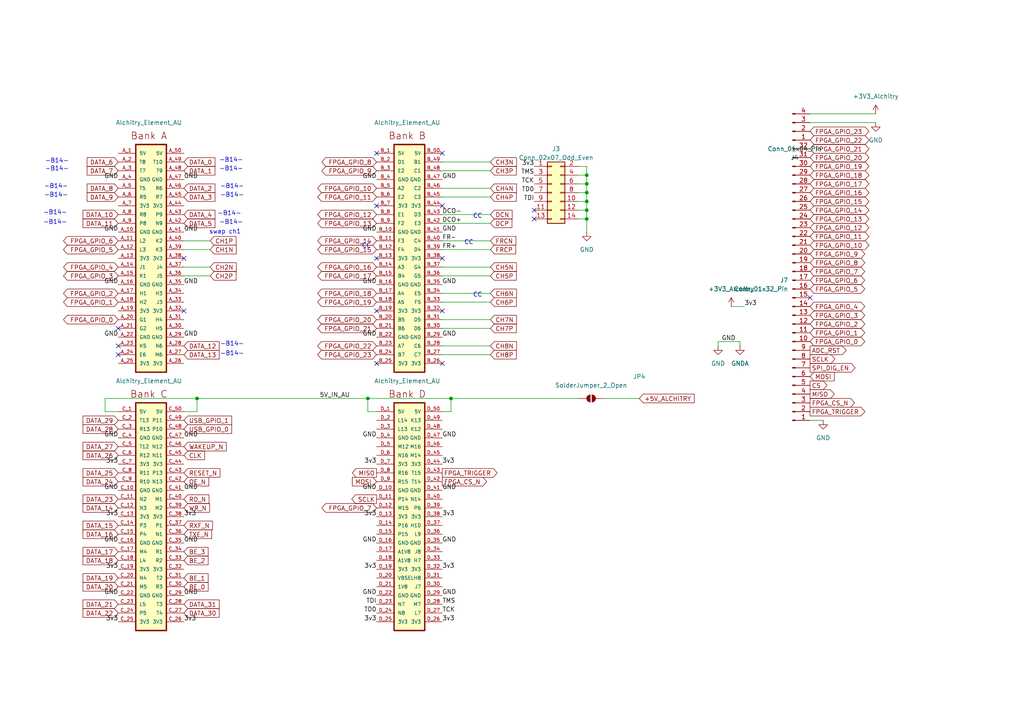
<source format=kicad_sch>
(kicad_sch (version 20231120) (generator "eeschema") (generator_version "8.0")
  (paper "A4")
  (title_block (title "Streamoscope") (date "2024-08-11") (rev "4") (company "Massachusetts Institute of Technology"))
  (lib_symbols
    (symbol "Connector:Conn_01x04_Pin" (pin_names (offset 1.016) hide)
      (property "Reference" "J" (at 0 5.08 0))
      (property "Value" "Conn_01x04_Pin" (at 0 -7.62 0))
      (symbol "Conn_01x04_Pin_1_1"
        (pin passive line (at 5.08 2.54 180) (length 3.81) (name "Pin_1") (number "1"))
        (pin passive line (at 5.08 0 180) (length 3.81) (name "Pin_2") (number "2"))
        (pin passive line (at 5.08 -2.54 180) (length 3.81) (name "Pin_3") (number "3"))
        (pin passive line (at 5.08 -5.08 180) (length 3.81) (name "Pin_4") (number "4"))
      )
    )
    (symbol "Connector:Conn_01x32_Pin" (pin_names (offset 1.016) hide)
      (property "Reference" "J" (at 0 40.64 0))
      (property "Value" "Conn_01x32_Pin" (at 0 -43.18 0))
      (symbol "Conn_01x32_Pin_1_1"
        (pin passive line (at 5.08 38.1 180) (length 3.81) (name "Pin_1") (number "1"))
        (pin passive line (at 5.08 15.24 180) (length 3.81) (name "Pin_10") (number "10"))
        (pin passive line (at 5.08 12.7 180) (length 3.81) (name "Pin_11") (number "11"))
        (pin passive line (at 5.08 10.16 180) (length 3.81) (name "Pin_12") (number "12"))
        (pin passive line (at 5.08 7.62 180) (length 3.81) (name "Pin_13") (number "13"))
        (pin passive line (at 5.08 5.08 180) (length 3.81) (name "Pin_14") (number "14"))
        (pin passive line (at 5.08 2.54 180) (length 3.81) (name "Pin_15") (number "15"))
        (pin passive line (at 5.08 0 180) (length 3.81) (name "Pin_16") (number "16"))
        (pin passive line (at 5.08 -2.54 180) (length 3.81) (name "Pin_17") (number "17"))
        (pin passive line (at 5.08 -5.08 180) (length 3.81) (name "Pin_18") (number "18"))
        (pin passive line (at 5.08 -7.62 180) (length 3.81) (name "Pin_19") (number "19"))
        (pin passive line (at 5.08 35.56 180) (length 3.81) (name "Pin_2") (number "2"))
        (pin passive line (at 5.08 -10.16 180) (length 3.81) (name "Pin_20") (number "20"))
        (pin passive line (at 5.08 -12.7 180) (length 3.81) (name "Pin_21") (number "21"))
        (pin passive line (at 5.08 -15.24 180) (length 3.81) (name "Pin_22") (number "22"))
        (pin passive line (at 5.08 -17.78 180) (length 3.81) (name "Pin_23") (number "23"))
        (pin passive line (at 5.08 -20.32 180) (length 3.81) (name "Pin_24") (number "24"))
        (pin passive line (at 5.08 -22.86 180) (length 3.81) (name "Pin_25") (number "25"))
        (pin passive line (at 5.08 -25.4 180) (length 3.81) (name "Pin_26") (number "26"))
        (pin passive line (at 5.08 -27.94 180) (length 3.81) (name "Pin_27") (number "27"))
        (pin passive line (at 5.08 -30.48 180) (length 3.81) (name "Pin_28") (number "28"))
        (pin passive line (at 5.08 -33.02 180) (length 3.81) (name "Pin_29") (number "29"))
        (pin passive line (at 5.08 33.02 180) (length 3.81) (name "Pin_3") (number "3"))
        (pin passive line (at 5.08 -35.56 180) (length 3.81) (name "Pin_30") (number "30"))
        (pin passive line (at 5.08 -38.1 180) (length 3.81) (name "Pin_31") (number "31"))
        (pin passive line (at 5.08 -40.64 180) (length 3.81) (name "Pin_32") (number "32"))
        (pin passive line (at 5.08 30.48 180) (length 3.81) (name "Pin_4") (number "4"))
        (pin passive line (at 5.08 27.94 180) (length 3.81) (name "Pin_5") (number "5"))
        (pin passive line (at 5.08 25.4 180) (length 3.81) (name "Pin_6") (number "6"))
        (pin passive line (at 5.08 22.86 180) (length 3.81) (name "Pin_7") (number "7"))
        (pin passive line (at 5.08 20.32 180) (length 3.81) (name "Pin_8") (number "8"))
        (pin passive line (at 5.08 17.78 180) (length 3.81) (name "Pin_9") (number "9"))
      )
    )
    (symbol "Connector_Generic:Conn_02x07_Odd_Even" (pin_names (offset 1.016) hide)
      (property "Reference" "J" (at 1.27 10.16 0))
      (property "Value" "Conn_02x07_Odd_Even" (at 1.27 -10.16 0))
      (symbol "Conn_02x07_Odd_Even_1_1"
        (pin passive line (at -5.08 7.62 0) (length 3.81) (name "Pin_1") (number "1"))
        (pin passive line (at 7.62 -2.54 180) (length 3.81) (name "Pin_10") (number "10"))
        (pin passive line (at -5.08 -5.08 0) (length 3.81) (name "Pin_11") (number "11"))
        (pin passive line (at 7.62 -5.08 180) (length 3.81) (name "Pin_12") (number "12"))
        (pin passive line (at -5.08 -7.62 0) (length 3.81) (name "Pin_13") (number "13"))
        (pin passive line (at 7.62 -7.62 180) (length 3.81) (name "Pin_14") (number "14"))
        (pin passive line (at 7.62 7.62 180) (length 3.81) (name "Pin_2") (number "2"))
        (pin passive line (at -5.08 5.08 0) (length 3.81) (name "Pin_3") (number "3"))
        (pin passive line (at 7.62 5.08 180) (length 3.81) (name "Pin_4") (number "4"))
        (pin passive line (at -5.08 2.54 0) (length 3.81) (name "Pin_5") (number "5"))
        (pin passive line (at 7.62 2.54 180) (length 3.81) (name "Pin_6") (number "6"))
        (pin passive line (at -5.08 0 0) (length 3.81) (name "Pin_7") (number "7"))
        (pin passive line (at 7.62 0 180) (length 3.81) (name "Pin_8") (number "8"))
        (pin passive line (at -5.08 -2.54 0) (length 3.81) (name "Pin_9") (number "9"))
      )
    )
    (symbol "Jumper:SolderJumper_2_Open" (pin_numbers hide) (pin_names (offset 0) hide) (exclude_from_sim yes) (in_bom no)
      (property "Reference" "JP" (at 0 2.032 0))
      (property "Value" "SolderJumper_2_Open" (at 0 -2.54 0))
      (symbol "SolderJumper_2_Open_1_1"
        (pin passive line (at -3.81 0 0) (length 2.54) (name "A") (number "1"))
        (pin passive line (at 3.81 0 180) (length 2.54) (name "B") (number "2"))
      )
    )
    (symbol "handheld_mri:Alchitry_Element_AU" (pin_names (offset 1.016))
      (property "Value" "Alchitry_Element_AU" (at -3.81 -38.1 0))
      (symbol "Alchitry_Element_AU_1_0"
        (text "Bank A" (at 0 33.02 0) (effects (font (size 2 2))))
        (pin passive line (at -8.89 27.94 0) (length 5.08) (name "5V") (number "A_1"))
        (pin passive line (at -8.89 5.08 0) (length 5.08) (name "GND") (number "A_10"))
        (pin passive line (at -8.89 2.54 0) (length 5.08) (name "L2") (number "A_11"))
        (pin passive line (at -8.89 0 0) (length 5.08) (name "L3") (number "A_12"))
        (pin passive line (at -8.89 -2.54 0) (length 5.08) (name "3V3") (number "A_13"))
        (pin passive line (at -8.89 -5.08 0) (length 5.08) (name "J1") (number "A_14"))
        (pin passive line (at -8.89 -7.62 0) (length 5.08) (name "K1") (number "A_15"))
        (pin passive line (at -8.89 -10.16 0) (length 5.08) (name "GND") (number "A_16"))
        (pin passive line (at -8.89 -12.7 0) (length 5.08) (name "H1") (number "A_17"))
        (pin passive line (at -8.89 -15.24 0) (length 5.08) (name "H2") (number "A_18"))
        (pin passive line (at -8.89 -17.78 0) (length 5.08) (name "3V3") (number "A_19"))
        (pin passive line (at -8.89 25.4 0) (length 5.08) (name "T8") (number "A_2"))
        (pin passive line (at -8.89 -20.32 0) (length 5.08) (name "G1") (number "A_20"))
        (pin passive line (at -8.89 -22.86 0) (length 5.08) (name "G2") (number "A_21"))
        (pin passive line (at -8.89 -25.4 0) (length 5.08) (name "GND") (number "A_22"))
        (pin passive line (at -8.89 -27.94 0) (length 5.08) (name "K5") (number "A_23"))
        (pin passive line (at -8.89 -30.48 0) (length 5.08) (name "E6") (number "A_24"))
        (pin passive line (at -8.89 -33.02 0) (length 5.08) (name "3V3") (number "A_25"))
        (pin passive line (at 10.16 -33.02 180) (length 5.08) (name "3V3") (number "A_26"))
        (pin passive line (at 10.16 -30.48 180) (length 5.08) (name "M6") (number "A_27"))
        (pin passive line (at 10.16 -27.94 180) (length 5.08) (name "N6") (number "A_28"))
        (pin passive line (at 10.16 -25.4 180) (length 5.08) (name "GND") (number "A_29"))
        (pin passive line (at -8.89 22.86 0) (length 5.08) (name "T7") (number "A_3"))
        (pin passive line (at 10.16 -22.86 180) (length 5.08) (name "H5") (number "A_30"))
        (pin passive line (at 10.16 -20.32 180) (length 5.08) (name "H4") (number "A_31"))
        (pin passive line (at 10.16 -17.78 180) (length 5.08) (name "3V3") (number "A_32"))
        (pin passive line (at 10.16 -15.24 180) (length 5.08) (name "J3") (number "A_33"))
        (pin passive line (at 10.16 -12.7 180) (length 5.08) (name "H3") (number "A_34"))
        (pin passive line (at 10.16 -10.16 180) (length 5.08) (name "GND") (number "A_35"))
        (pin passive line (at 10.16 -7.62 180) (length 5.08) (name "J5") (number "A_36"))
        (pin passive line (at 10.16 -5.08 180) (length 5.08) (name "J4") (number "A_37"))
        (pin passive line (at 10.16 -2.54 180) (length 5.08) (name "3V3") (number "A_38"))
        (pin passive line (at 10.16 0 180) (length 5.08) (name "K3") (number "A_39"))
        (pin passive line (at -8.89 20.32 0) (length 5.08) (name "GND") (number "A_4"))
        (pin passive line (at 10.16 2.54 180) (length 5.08) (name "K2") (number "A_40"))
        (pin passive line (at 10.16 5.08 180) (length 5.08) (name "GND") (number "A_41"))
        (pin passive line (at 10.16 7.62 180) (length 5.08) (name "N9") (number "A_42"))
        (pin passive line (at 10.16 10.16 180) (length 5.08) (name "P9") (number "A_43"))
        (pin passive line (at 10.16 12.7 180) (length 5.08) (name "3V3") (number "A_44"))
        (pin passive line (at 10.16 15.24 180) (length 5.08) (name "R7") (number "A_45"))
        (pin passive line (at 10.16 17.78 180) (length 5.08) (name "R6") (number "A_46"))
        (pin passive line (at 10.16 20.32 180) (length 5.08) (name "GND") (number "A_47"))
        (pin passive line (at 10.16 22.86 180) (length 5.08) (name "T9") (number "A_48"))
        (pin passive line (at 10.16 25.4 180) (length 5.08) (name "T10") (number "A_49"))
        (pin passive line (at -8.89 17.78 0) (length 5.08) (name "T5") (number "A_5"))
        (pin passive line (at 10.16 27.94 180) (length 5.08) (name "5V") (number "A_50"))
        (pin passive line (at -8.89 15.24 0) (length 5.08) (name "R5") (number "A_6"))
        (pin passive line (at -8.89 12.7 0) (length 5.08) (name "3V3") (number "A_7"))
        (pin passive line (at -8.89 10.16 0) (length 5.08) (name "R8") (number "A_8"))
        (pin passive line (at -8.89 7.62 0) (length 5.08) (name "P8") (number "A_9"))
      )
      (symbol "Alchitry_Element_AU_2_0"
        (text "Bank B" (at 0 33.02 0) (effects (font (size 2 2))))
        (pin passive line (at -8.89 27.94 0) (length 5.08) (name "5V") (number "B_1"))
        (pin passive line (at -8.89 5.08 0) (length 5.08) (name "GND") (number "B_10"))
        (pin passive line (at -8.89 2.54 0) (length 5.08) (name "F3") (number "B_11"))
        (pin passive line (at -8.89 0 0) (length 5.08) (name "F4") (number "B_12"))
        (pin passive line (at -8.89 -2.54 0) (length 5.08) (name "3V3") (number "B_13"))
        (pin passive line (at -8.89 -5.08 0) (length 5.08) (name "A3") (number "B_14"))
        (pin passive line (at -8.89 -7.62 0) (length 5.08) (name "B4") (number "B_15"))
        (pin passive line (at -8.89 -10.16 0) (length 5.08) (name "GND") (number "B_16"))
        (pin passive line (at -8.89 -12.7 0) (length 5.08) (name "A4") (number "B_17"))
        (pin passive line (at -8.89 -15.24 0) (length 5.08) (name "A5") (number "B_18"))
        (pin passive line (at -8.89 -17.78 0) (length 5.08) (name "3V3") (number "B_19"))
        (pin passive line (at -8.89 25.4 0) (length 5.08) (name "D1") (number "B_2"))
        (pin passive line (at -8.89 -20.32 0) (length 5.08) (name "B5") (number "B_20"))
        (pin passive line (at -8.89 -22.86 0) (length 5.08) (name "B6") (number "B_21"))
        (pin passive line (at -8.89 -25.4 0) (length 5.08) (name "GND") (number "B_22"))
        (pin passive line (at -8.89 -27.94 0) (length 5.08) (name "A7") (number "B_23"))
        (pin passive line (at -8.89 -30.48 0) (length 5.08) (name "B7") (number "B_24"))
        (pin passive line (at -8.89 -33.02 0) (length 5.08) (name "3V3") (number "B_25"))
        (pin passive line (at 10.16 -33.02 180) (length 5.08) (name "3V3") (number "B_26"))
        (pin passive line (at 10.16 -30.48 180) (length 5.08) (name "C7") (number "B_27"))
        (pin passive line (at 10.16 -27.94 180) (length 5.08) (name "C6") (number "B_28"))
        (pin passive line (at 10.16 -25.4 180) (length 5.08) (name "GND") (number "B_29"))
        (pin passive line (at -8.89 22.86 0) (length 5.08) (name "E2") (number "B_3"))
        (pin passive line (at 10.16 -22.86 180) (length 5.08) (name "D6") (number "B_30"))
        (pin passive line (at 10.16 -20.32 180) (length 5.08) (name "D5") (number "B_31"))
        (pin passive line (at 10.16 -17.78 180) (length 5.08) (name "3V3") (number "B_32"))
        (pin passive line (at 10.16 -15.24 180) (length 5.08) (name "F5") (number "B_33"))
        (pin passive line (at 10.16 -12.7 180) (length 5.08) (name "E5") (number "B_34"))
        (pin passive line (at 10.16 -10.16 180) (length 5.08) (name "GND") (number "B_35"))
        (pin passive line (at 10.16 -7.62 180) (length 5.08) (name "G5") (number "B_36"))
        (pin passive line (at 10.16 -5.08 180) (length 5.08) (name "G4") (number "B_37"))
        (pin passive line (at 10.16 -2.54 180) (length 5.08) (name "3V3") (number "B_38"))
        (pin passive line (at 10.16 0 180) (length 5.08) (name "D4") (number "B_39"))
        (pin passive line (at -8.89 20.32 0) (length 5.08) (name "GND") (number "B_4"))
        (pin passive line (at 10.16 2.54 180) (length 5.08) (name "C4") (number "B_40"))
        (pin passive line (at 10.16 5.08 180) (length 5.08) (name "GND") (number "B_41"))
        (pin passive line (at 10.16 7.62 180) (length 5.08) (name "E3") (number "B_42"))
        (pin passive line (at 10.16 10.16 180) (length 5.08) (name "D3") (number "B_43"))
        (pin passive line (at 10.16 12.7 180) (length 5.08) (name "3V3") (number "B_44"))
        (pin passive line (at 10.16 15.24 180) (length 5.08) (name "C3") (number "B_45"))
        (pin passive line (at 10.16 17.78 180) (length 5.08) (name "C2") (number "B_46"))
        (pin passive line (at 10.16 20.32 180) (length 5.08) (name "GND") (number "B_47"))
        (pin passive line (at 10.16 22.86 180) (length 5.08) (name "C1") (number "B_48"))
        (pin passive line (at 10.16 25.4 180) (length 5.08) (name "B1") (number "B_49"))
        (pin passive line (at -8.89 17.78 0) (length 5.08) (name "A2") (number "B_5"))
        (pin passive line (at 10.16 27.94 180) (length 5.08) (name "5V") (number "B_50"))
        (pin passive line (at -8.89 15.24 0) (length 5.08) (name "E2") (number "B_6"))
        (pin passive line (at -8.89 12.7 0) (length 5.08) (name "3V3") (number "B_7"))
        (pin passive line (at -8.89 10.16 0) (length 5.08) (name "E1") (number "B_8"))
        (pin passive line (at -8.89 7.62 0) (length 5.08) (name "F2") (number "B_9"))
      )
      (symbol "Alchitry_Element_AU_3_0"
        (text "Bank C" (at 0 33.02 0) (effects (font (size 2 2))))
        (pin passive line (at -8.89 27.94 0) (length 5.08) (name "5V") (number "C_1"))
        (pin passive line (at -8.89 5.08 0) (length 5.08) (name "GND") (number "C_10"))
        (pin passive line (at -8.89 2.54 0) (length 5.08) (name "N2") (number "C_11"))
        (pin passive line (at -8.89 0 0) (length 5.08) (name "N3") (number "C_12"))
        (pin passive line (at -8.89 -2.54 0) (length 5.08) (name "3V3") (number "C_13"))
        (pin passive line (at -8.89 -5.08 0) (length 5.08) (name "P3") (number "C_14"))
        (pin passive line (at -8.89 -7.62 0) (length 5.08) (name "P4") (number "C_15"))
        (pin passive line (at -8.89 -10.16 0) (length 5.08) (name "GND") (number "C_16"))
        (pin passive line (at -8.89 -12.7 0) (length 5.08) (name "M4") (number "C_17"))
        (pin passive line (at -8.89 -15.24 0) (length 5.08) (name "L4") (number "C_18"))
        (pin passive line (at -8.89 -17.78 0) (length 5.08) (name "3V3") (number "C_19"))
        (pin passive line (at -8.89 25.4 0) (length 5.08) (name "T13") (number "C_2"))
        (pin passive line (at -8.89 -20.32 0) (length 5.08) (name "N4") (number "C_20"))
        (pin passive line (at -8.89 -22.86 0) (length 5.08) (name "M5") (number "C_21"))
        (pin passive line (at -8.89 -25.4 0) (length 5.08) (name "GND") (number "C_22"))
        (pin passive line (at -8.89 -27.94 0) (length 5.08) (name "L5") (number "C_23"))
        (pin passive line (at -8.89 -30.48 0) (length 5.08) (name "P5") (number "C_24"))
        (pin passive line (at -8.89 -33.02 0) (length 5.08) (name "3V3") (number "C_25"))
        (pin passive line (at 10.16 -33.02 180) (length 5.08) (name "3V3") (number "C_26"))
        (pin passive line (at 10.16 -30.48 180) (length 5.08) (name "T4") (number "C_27"))
        (pin passive line (at 10.16 -27.94 180) (length 5.08) (name "T3") (number "C_28"))
        (pin passive line (at 10.16 -25.4 180) (length 5.08) (name "GND") (number "C_29"))
        (pin passive line (at -8.89 22.86 0) (length 5.08) (name "R13") (number "C_3"))
        (pin passive line (at 10.16 -22.86 180) (length 5.08) (name "R3") (number "C_30"))
        (pin passive line (at 10.16 -20.32 180) (length 5.08) (name "T2") (number "C_31"))
        (pin passive line (at 10.16 -17.78 180) (length 5.08) (name "3V3") (number "C_32"))
        (pin passive line (at 10.16 -15.24 180) (length 5.08) (name "R2") (number "C_33"))
        (pin passive line (at 10.16 -12.7 180) (length 5.08) (name "R1") (number "C_34"))
        (pin passive line (at 10.16 -10.16 180) (length 5.08) (name "GND") (number "C_35"))
        (pin passive line (at 10.16 -7.62 180) (length 5.08) (name "N1") (number "C_36"))
        (pin passive line (at 10.16 -5.08 180) (length 5.08) (name "P1") (number "C_37"))
        (pin passive line (at 10.16 -2.54 180) (length 5.08) (name "3V3") (number "C_38"))
        (pin passive line (at 10.16 0 180) (length 5.08) (name "M2") (number "C_39"))
        (pin passive line (at -8.89 20.32 0) (length 5.08) (name "GND") (number "C_4"))
        (pin passive line (at 10.16 2.54 180) (length 5.08) (name "M1") (number "C_40"))
        (pin passive line (at 10.16 5.08 180) (length 5.08) (name "GND") (number "C_41"))
        (pin passive line (at 10.16 7.62 180) (length 5.08) (name "N13") (number "C_42"))
        (pin passive line (at 10.16 10.16 180) (length 5.08) (name "P13") (number "C_43"))
        (pin passive line (at 10.16 12.7 180) (length 5.08) (name "3V3") (number "C_44"))
        (pin passive line (at 10.16 15.24 180) (length 5.08) (name "N11") (number "C_45"))
        (pin passive line (at 10.16 17.78 180) (length 5.08) (name "N12") (number "C_46"))
        (pin passive line (at 10.16 20.32 180) (length 5.08) (name "GND") (number "C_47"))
        (pin passive line (at 10.16 22.86 180) (length 5.08) (name "P10") (number "C_48"))
        (pin passive line (at 10.16 25.4 180) (length 5.08) (name "P11") (number "C_49"))
        (pin passive line (at -8.89 17.78 0) (length 5.08) (name "T12") (number "C_5"))
        (pin passive line (at 10.16 27.94 180) (length 5.08) (name "5V") (number "C_50"))
        (pin passive line (at -8.89 15.24 0) (length 5.08) (name "R12") (number "C_6"))
        (pin passive line (at -8.89 12.7 0) (length 5.08) (name "3V3") (number "C_7"))
        (pin passive line (at -8.89 10.16 0) (length 5.08) (name "R11") (number "C_8"))
        (pin passive line (at -8.89 7.62 0) (length 5.08) (name "R10") (number "C_9"))
      )
      (symbol "Alchitry_Element_AU_4_0"
        (text "Bank D" (at 0 33.02 0) (effects (font (size 2 2))))
        (pin passive line (at -8.89 27.94 0) (length 5.08) (name "5V") (number "D_1"))
        (pin passive line (at -8.89 5.08 0) (length 5.08) (name "GND") (number "D_10"))
        (pin passive line (at -8.89 2.54 0) (length 5.08) (name "P14") (number "D_11"))
        (pin passive line (at -8.89 0 0) (length 5.08) (name "M15") (number "D_12"))
        (pin passive line (at -8.89 -2.54 0) (length 5.08) (name "3V3") (number "D_13"))
        (pin passive line (at -8.89 -5.08 0) (length 5.08) (name "P16") (number "D_14"))
        (pin passive line (at -8.89 -7.62 0) (length 5.08) (name "P15") (number "D_15"))
        (pin passive line (at -8.89 -10.16 0) (length 5.08) (name "GND") (number "D_16"))
        (pin passive line (at -8.89 -12.7 0) (length 5.08) (name "A1V8") (number "D_17"))
        (pin passive line (at -8.89 -15.24 0) (length 5.08) (name "A1V8") (number "D_18"))
        (pin passive line (at -8.89 -17.78 0) (length 5.08) (name "3V3") (number "D_19"))
        (pin passive line (at -8.89 25.4 0) (length 5.08) (name "L14") (number "D_2"))
        (pin passive line (at -8.89 -20.32 0) (length 5.08) (name "VBSEL") (number "D_20"))
        (pin passive line (at -8.89 -22.86 0) (length 5.08) (name "1V8") (number "D_21"))
        (pin passive line (at -8.89 -25.4 0) (length 5.08) (name "GND") (number "D_22"))
        (pin passive line (at -8.89 -27.94 0) (length 5.08) (name "N7") (number "D_23"))
        (pin passive line (at -8.89 -30.48 0) (length 5.08) (name "N8") (number "D_24"))
        (pin passive line (at -8.89 -33.02 0) (length 5.08) (name "3V3") (number "D_25"))
        (pin passive line (at 10.16 -33.02 180) (length 5.08) (name "3V3") (number "D_26"))
        (pin passive line (at 10.16 -30.48 180) (length 5.08) (name "L7") (number "D_27"))
        (pin passive line (at 10.16 -27.94 180) (length 5.08) (name "M7") (number "D_28"))
        (pin passive line (at 10.16 -25.4 180) (length 5.08) (name "GND") (number "D_29"))
        (pin passive line (at -8.89 22.86 0) (length 5.08) (name "L13") (number "D_3"))
        (pin passive line (at 10.16 -22.86 180) (length 5.08) (name "J7") (number "D_30"))
        (pin passive line (at 10.16 -20.32 180) (length 5.08) (name "H8") (number "D_31"))
        (pin passive line (at 10.16 -17.78 180) (length 5.08) (name "3V3") (number "D_32"))
        (pin passive line (at 10.16 -15.24 180) (length 5.08) (name "H7") (number "D_33"))
        (pin passive line (at 10.16 -12.7 180) (length 5.08) (name "J8") (number "D_34"))
        (pin passive line (at 10.16 -10.16 180) (length 5.08) (name "GND") (number "D_35"))
        (pin passive line (at 10.16 -7.62 180) (length 5.08) (name "L9") (number "D_36"))
        (pin passive line (at 10.16 -5.08 180) (length 5.08) (name "H10") (number "D_37"))
        (pin passive line (at 10.16 -2.54 180) (length 5.08) (name "3V3") (number "D_38"))
        (pin passive line (at 10.16 0 180) (length 5.08) (name "P6") (number "D_39"))
        (pin passive line (at -8.89 20.32 0) (length 5.08) (name "GND") (number "D_4"))
        (pin passive line (at 10.16 2.54 180) (length 5.08) (name "N14") (number "D_40"))
        (pin passive line (at 10.16 5.08 180) (length 5.08) (name "GND") (number "D_41"))
        (pin passive line (at 10.16 7.62 180) (length 5.08) (name "T14") (number "D_42"))
        (pin passive line (at 10.16 10.16 180) (length 5.08) (name "T15") (number "D_43"))
        (pin passive line (at 10.16 12.7 180) (length 5.08) (name "3V3") (number "D_44"))
        (pin passive line (at 10.16 15.24 180) (length 5.08) (name "M14") (number "D_45"))
        (pin passive line (at 10.16 17.78 180) (length 5.08) (name "M16") (number "D_46"))
        (pin passive line (at 10.16 20.32 180) (length 5.08) (name "GND") (number "D_47"))
        (pin passive line (at 10.16 22.86 180) (length 5.08) (name "K12") (number "D_48"))
        (pin passive line (at 10.16 25.4 180) (length 5.08) (name "K13") (number "D_49"))
        (pin passive line (at -8.89 17.78 0) (length 5.08) (name "M12") (number "D_5"))
        (pin passive line (at 10.16 27.94 180) (length 5.08) (name "5V") (number "D_50"))
        (pin passive line (at -8.89 15.24 0) (length 5.08) (name "N16") (number "D_6"))
        (pin passive line (at -8.89 12.7 0) (length 5.08) (name "3V3") (number "D_7"))
        (pin passive line (at -8.89 10.16 0) (length 5.08) (name "R16") (number "D_8"))
        (pin passive line (at -8.89 7.62 0) (length 5.08) (name "R15") (number "D_9"))
      )
    )
    (symbol "power:+3V3" (power) (pin_names (offset 0))
      (property "Value" "+3V3" (at 0 3.556 0))
      (symbol "+3V3_1_1"
        (pin power_in line (at 0 0 90) (length 0) hide (name "+3V3") (number "1"))
      )
    )
    (symbol "power:GND" (power) (pin_numbers hide) (pin_names (offset 0) hide)
      (property "Value" "GND" (at 0 -3.81 0))
      (symbol "GND_1_1"
        (pin power_in line (at 0 0 270) (length 0) (name "~") (number "1"))
      )
    )
    (symbol "power:GNDA" (power) (pin_numbers hide) (pin_names (offset 0) hide)
      (property "Value" "GNDA" (at 0 -3.81 0))
      (symbol "GNDA_1_1"
        (pin power_in line (at 0 0 270) (length 0) (name "~") (number "1"))
      )
    )
  )
  (junction (at 170.18 55.88))
  (junction (at 106.68 115.57))
  (junction (at 57.15 115.57))
  (junction (at 170.18 58.42))
  (junction (at 170.18 53.34))
  (junction (at 130.81 115.57))
  (junction (at 170.18 63.5))
  (junction (at 170.18 60.96))
  (junction (at 170.18 50.8))
  (no_connect (at 128.27 105.41))
  (no_connect (at 109.22 90.17))
  (no_connect (at 128.27 90.17))
  (no_connect (at 109.22 44.45))
  (no_connect (at 154.94 60.96))
  (no_connect (at 154.94 63.5))
  (no_connect (at 109.22 74.93))
  (no_connect (at 34.29 102.87))
  (no_connect (at 53.34 90.17))
  (no_connect (at 128.27 74.93))
  (no_connect (at 34.29 100.33))
  (no_connect (at 53.34 74.93))
  (no_connect (at 128.27 44.45))
  (no_connect (at 109.22 59.69))
  (no_connect (at 128.27 59.69))
  (no_connect (at 109.22 105.41))
  (no_connect (at 34.29 95.25))
  (no_connect (at 234.95 86.36))
  (wire (pts (xy 53.34 69.85) (xy 60.96 69.85)))
  (wire (pts (xy 167.64 48.26) (xy 170.18 48.26)))
  (wire (pts (xy 167.64 50.8) (xy 170.18 50.8)))
  (wire (pts (xy 109.22 119.38) (xy 106.68 119.38)))
  (wire (pts (xy 128.27 85.09) (xy 142.24 85.09)))
  (wire (pts (xy 130.81 119.38) (xy 128.27 119.38)))
  (wire (pts (xy 128.27 77.47) (xy 142.24 77.47)))
  (wire (pts (xy 128.27 57.15) (xy 142.24 57.15)))
  (wire (pts (xy 106.68 115.57) (xy 130.81 115.57)))
  (wire (pts (xy 167.64 55.88) (xy 170.18 55.88)))
  (wire (pts (xy 34.29 119.38) (xy 30.48 119.38)))
  (wire (pts (xy 128.27 46.99) (xy 142.24 46.99)))
  (wire (pts (xy 167.64 58.42) (xy 170.18 58.42)))
  (wire (pts (xy 57.15 119.38) (xy 53.34 119.38)))
  (wire (pts (xy 30.48 119.38) (xy 30.48 115.57)))
  (wire (pts (xy 30.48 115.57) (xy 57.15 115.57)))
  (wire (pts (xy 142.24 64.77) (xy 128.27 64.77)))
  (wire (pts (xy 57.15 115.57) (xy 106.68 115.57)))
  (wire (pts (xy 142.24 69.85) (xy 128.27 69.85)))
  (wire (pts (xy 234.95 33.02) (xy 254 33.02)))
  (wire (pts (xy 175.26 115.57) (xy 185.42 115.57)))
  (wire (pts (xy 130.81 115.57) (xy 130.81 119.38)))
  (wire (pts (xy 170.18 55.88) (xy 170.18 58.42)))
  (wire (pts (xy 170.18 63.5) (xy 170.18 67.31)))
  (wire (pts (xy 170.18 58.42) (xy 170.18 60.96)))
  (wire (pts (xy 128.27 87.63) (xy 142.24 87.63)))
  (wire (pts (xy 130.81 115.57) (xy 167.64 115.57)))
  (wire (pts (xy 167.64 63.5) (xy 170.18 63.5)))
  (wire (pts (xy 170.18 60.96) (xy 170.18 63.5)))
  (wire (pts (xy 128.27 92.71) (xy 142.24 92.71)))
  (wire (pts (xy 167.64 60.96) (xy 170.18 60.96)))
  (wire (pts (xy 53.34 72.39) (xy 60.96 72.39)))
  (wire (pts (xy 170.18 48.26) (xy 170.18 50.8)))
  (wire (pts (xy 234.95 121.92) (xy 238.76 121.92)))
  (wire (pts (xy 53.34 80.01) (xy 60.96 80.01)))
  (wire (pts (xy 142.24 62.23) (xy 128.27 62.23)))
  (wire (pts (xy 142.24 72.39) (xy 128.27 72.39)))
  (wire (pts (xy 128.27 54.61) (xy 142.24 54.61)))
  (wire (pts (xy 214.63 99.06) (xy 208.28 99.06)))
  (wire (pts (xy 128.27 95.25) (xy 142.24 95.25)))
  (wire (pts (xy 57.15 115.57) (xy 57.15 119.38)))
  (wire (pts (xy 234.95 35.56) (xy 254 35.56)))
  (wire (pts (xy 208.28 100.33) (xy 208.28 99.06)))
  (wire (pts (xy 128.27 100.33) (xy 142.24 100.33)))
  (wire (pts (xy 214.63 100.33) (xy 214.63 99.06)))
  (wire (pts (xy 128.27 80.01) (xy 142.24 80.01)))
  (wire (pts (xy 53.34 77.47) (xy 60.96 77.47)))
  (wire (pts (xy 106.68 119.38) (xy 106.68 115.57)))
  (wire (pts (xy 128.27 102.87) (xy 142.24 102.87)))
  (wire (pts (xy 212.09 88.9) (xy 215.9 88.9)))
  (wire (pts (xy 170.18 50.8) (xy 170.18 53.34)))
  (wire (pts (xy 128.27 49.53) (xy 142.24 49.53)))
  (wire (pts (xy 170.18 53.34) (xy 170.18 55.88)))
  (wire (pts (xy 167.64 53.34) (xy 170.18 53.34)))
  (text "-B14-" (at 16.51 46.736 0) (effects (font (size 1.27 1.27))))
  (text "-B14-" (at 67.31 102.616 0) (effects (font (size 1.27 1.27))))
  (text "-B14-" (at 67.31 54.102 0) (effects (font (size 1.27 1.27))))
  (text "-B14-" (at 67.056 49.022 0) (effects (font (size 1.27 1.27))))
  (text "-B14-" (at 67.056 46.482 0) (effects (font (size 1.27 1.27))))
  (text "CC" (at 137.16 63.5 0) (effects (font (size 1.27 1.27)) (justify left bottom)))
  (text "-B14-" (at 16.002 64.516 0) (effects (font (size 1.27 1.27))))
  (text "CC" (at 104.902 72.136 0) (effects (font (size 1.27 1.27)) (justify left bottom)))
  (text "-B14-" (at 16.002 61.722 0) (effects (font (size 1.27 1.27))))
  (text "-B14-" (at 16.256 54.102 0) (effects (font (size 1.27 1.27))))
  (text "-B14-" (at 67.31 99.822 0) (effects (font (size 1.27 1.27))))
  (text "-B14-" (at 67.056 64.516 0) (effects (font (size 1.27 1.27))))
  (text "CC" (at 137.16 86.36 0) (effects (font (size 1.27 1.27)) (justify left bottom)))
  (text "-B14-" (at 16.51 49.022 0) (effects (font (size 1.27 1.27))))
  (text "-B14-" (at 66.548 61.976 0) (effects (font (size 1.27 1.27))))
  (text "CC" (at 134.62 71.12 0) (effects (font (size 1.27 1.27)) (justify left bottom)))
  (text "-B14-" (at 67.31 56.642 0) (effects (font (size 1.27 1.27))))
  (text "-B14-" (at 16.256 56.642 0) (effects (font (size 1.27 1.27))))
  (text "swap ch1\n" (at 65.278 67.31 0) (effects (font (size 1.27 1.27))))
  (label "GND" (at 53.34 172.72 0))
  (label "GND" (at 109.22 142.24 180))
  (label "3v3" (at 34.29 165.1 180))
  (label "3v3" (at 109.22 180.34 180))
  (label "GND" (at 109.22 82.55 180))
  (label "DCO-" (at 128.27 62.23 0))
  (label "3v3" (at 128.27 180.34 0))
  (label "3v3" (at 128.27 134.62 0))
  (label "GND" (at 34.29 172.72 180))
  (label "3v3" (at 34.29 149.86 180))
  (label "3v3" (at 53.34 180.34 0))
  (label "GND" (at 53.34 67.31 0))
  (label "DCO+" (at 128.27 64.77 0))
  (label "GND" (at 53.34 127 0))
  (label "FR+" (at 128.27 72.39 0))
  (label "3v3" (at 128.27 149.86 0))
  (label "GND" (at 128.27 172.72 0))
  (label "GND" (at 109.22 67.31 180))
  (label "TD0" (at 109.22 177.8 180))
  (label "GND" (at 34.29 127 180))
  (label "GND" (at 109.22 127 180))
  (label "GND" (at 109.22 172.72 180))
  (label "GND" (at 53.34 142.24 0))
  (label "GND" (at 109.22 157.48 180))
  (label "TCK" (at 154.94 53.34 180))
  (label "3v3" (at 34.29 134.62 180))
  (label "TCK" (at 128.27 177.8 0))
  (label "3v3" (at 215.9 88.9 0))
  (label "GND" (at 53.34 52.07 0))
  (label "GND" (at 128.27 142.24 0))
  (label "GND" (at 109.22 97.79 180))
  (label "GND" (at 128.27 127 0))
  (label "GND" (at 213.36 99.06 180))
  (label "GND" (at 34.29 142.24 180))
  (label "TMS" (at 128.27 175.26 0))
  (label "GND" (at 128.27 157.48 0))
  (label "GND" (at 34.29 52.07 180))
  (label "3v3" (at 109.22 149.86 180))
  (label "GND" (at 53.34 157.48 0))
  (label "GND" (at 128.27 82.55 0))
  (label "3v3" (at 109.22 134.62 180))
  (label "GND" (at 34.29 67.31 180))
  (label "GND" (at 109.22 52.07 180))
  (label "5V_IN_AU" (at 92.71 115.57 0))
  (label "TDI" (at 154.94 58.42 180))
  (label "3v3" (at 128.27 165.1 0))
  (label "GND" (at 128.27 67.31 0))
  (label "GND" (at 34.29 97.79 180))
  (label "GND" (at 34.29 157.48 180))
  (label "TMS" (at 154.94 50.8 180))
  (label "GND" (at 128.27 97.79 0))
  (label "GND" (at 128.27 52.07 0))
  (label "FR-" (at 128.27 69.85 0))
  (label "TDI" (at 109.22 175.26 180))
  (label "GND" (at 53.34 82.55 0))
  (label "3v3" (at 154.94 48.26 180))
  (label "TD0" (at 154.94 55.88 180))
  (label "GND" (at 34.29 82.55 180))
  (label "3v3" (at 34.29 180.34 180))
  (label "3v3" (at 109.22 165.1 180))
  (label "GND" (at 53.34 97.79 0))
  (label "3v3" (at 53.34 149.86 0))
  (global_label "DATA_9" (shape input) (at 34.29 57.15 180) (property "Intersheetrefs" "${INTERSHEET_REFS}" (effects (hide yes))))
  (global_label "DATA_20" (shape input) (at 34.29 170.18 180) (property "Intersheetrefs" "${INTERSHEET_REFS}" (effects (hide yes))))
  (global_label "FPGA_GPIO_5" (shape bidirectional) (at 234.95 83.82 0) (property "Intersheetrefs" "${INTERSHEET_REFS}" (effects (hide yes))))
  (global_label "DATA_7" (shape input) (at 34.29 49.53 180) (property "Intersheetrefs" "${INTERSHEET_REFS}" (effects (hide yes))))
  (global_label "FPGA_GPIO_22" (shape bidirectional) (at 109.22 100.33 180) (property "Intersheetrefs" "${INTERSHEET_REFS}" (effects (hide yes))))
  (global_label "DATA_29" (shape input) (at 34.29 121.92 180) (property "Intersheetrefs" "${INTERSHEET_REFS}" (effects (hide yes))))
  (global_label "CH2N" (shape input) (at 60.96 77.47 0) (property "Intersheetrefs" "${INTERSHEET_REFS}" (effects (hide yes))))
  (global_label "FPGA_GPIO_17" (shape bidirectional) (at 109.22 80.01 180) (property "Intersheetrefs" "${INTERSHEET_REFS}" (effects (hide yes))))
  (global_label "FPGA_GPIO_11" (shape bidirectional) (at 109.22 57.15 180) (property "Intersheetrefs" "${INTERSHEET_REFS}" (effects (hide yes))))
  (global_label "FPGA_GPIO_18" (shape bidirectional) (at 234.95 50.8 0) (property "Intersheetrefs" "${INTERSHEET_REFS}" (effects (hide yes))))
  (global_label "CH6P" (shape input) (at 142.24 87.63 0) (property "Intersheetrefs" "${INTERSHEET_REFS}" (effects (hide yes))))
  (global_label "FPGA_GPIO_20" (shape bidirectional) (at 234.95 45.72 0) (property "Intersheetrefs" "${INTERSHEET_REFS}" (effects (hide yes))))
  (global_label "CH8N" (shape input) (at 142.24 100.33 0) (property "Intersheetrefs" "${INTERSHEET_REFS}" (effects (hide yes))))
  (global_label "FPGA_GPIO_21" (shape bidirectional) (at 234.95 43.18 0) (property "Intersheetrefs" "${INTERSHEET_REFS}" (effects (hide yes))))
  (global_label "DATA_22" (shape input) (at 34.29 177.8 180) (property "Intersheetrefs" "${INTERSHEET_REFS}" (effects (hide yes))))
  (global_label "FPGA_GPIO_2" (shape bidirectional) (at 234.95 93.98 0) (property "Intersheetrefs" "${INTERSHEET_REFS}" (effects (hide yes))))
  (global_label "FPGA_GPIO_13" (shape bidirectional) (at 234.95 63.5 0) (property "Intersheetrefs" "${INTERSHEET_REFS}" (effects (hide yes))))
  (global_label "DATA_3" (shape input) (at 53.34 57.15 0) (property "Intersheetrefs" "${INTERSHEET_REFS}" (effects (hide yes))))
  (global_label "SPI_DIG_EN" (shape output) (at 234.95 106.68 0) (property "Intersheetrefs" "${INTERSHEET_REFS}" (effects (hide yes))))
  (global_label "WAKEUP_N" (shape input) (at 53.34 129.54 0) (property "Intersheetrefs" "${INTERSHEET_REFS}" (effects (hide yes))))
  (global_label "FPGA_TRIGGER" (shape output) (at 128.27 137.16 0) (property "Intersheetrefs" "${INTERSHEET_REFS}" (effects (hide yes))))
  (global_label "FPGA_GPIO_17" (shape bidirectional) (at 234.95 53.34 0) (property "Intersheetrefs" "${INTERSHEET_REFS}" (effects (hide yes))))
  (global_label "DATA_4" (shape input) (at 53.34 62.23 0) (property "Intersheetrefs" "${INTERSHEET_REFS}" (effects (hide yes))))
  (global_label "FPGA_TRIGGER" (shape output) (at 234.95 119.38 0) (property "Intersheetrefs" "${INTERSHEET_REFS}" (effects (hide yes))))
  (global_label "OE_N" (shape input) (at 53.34 139.7 0) (property "Intersheetrefs" "${INTERSHEET_REFS}" (effects (hide yes))))
  (global_label "FPGA_GPIO_13" (shape bidirectional) (at 109.22 64.77 180) (property "Intersheetrefs" "${INTERSHEET_REFS}" (effects (hide yes))))
  (global_label "FPGA_GPIO_20" (shape bidirectional) (at 109.22 92.71 180) (property "Intersheetrefs" "${INTERSHEET_REFS}" (effects (hide yes))))
  (global_label "WR_N" (shape input) (at 53.34 147.32 0) (property "Intersheetrefs" "${INTERSHEET_REFS}" (effects (hide yes))))
  (global_label "FPGA_GPIO_18" (shape bidirectional) (at 109.22 85.09 180) (property "Intersheetrefs" "${INTERSHEET_REFS}" (effects (hide yes))))
  (global_label "FPGA_GPIO_1" (shape bidirectional) (at 234.95 96.52 0) (property "Intersheetrefs" "${INTERSHEET_REFS}" (effects (hide yes))))
  (global_label "FPGA_GPIO_2" (shape bidirectional) (at 34.29 85.09 180) (property "Intersheetrefs" "${INTERSHEET_REFS}" (effects (hide yes))))
  (global_label "DATA_8" (shape input) (at 34.29 54.61 180) (property "Intersheetrefs" "${INTERSHEET_REFS}" (effects (hide yes))))
  (global_label "DATA_15" (shape input) (at 34.29 152.4 180) (property "Intersheetrefs" "${INTERSHEET_REFS}" (effects (hide yes))))
  (global_label "FPGA_GPIO_22" (shape bidirectional) (at 234.95 40.64 0) (property "Intersheetrefs" "${INTERSHEET_REFS}" (effects (hide yes))))
  (global_label "CS" (shape output) (at 234.95 111.76 0) (property "Intersheetrefs" "${INTERSHEET_REFS}" (effects (hide yes))))
  (global_label "CH8P" (shape input) (at 142.24 102.87 0) (property "Intersheetrefs" "${INTERSHEET_REFS}" (effects (hide yes))))
  (global_label "MISO" (shape output) (at 234.95 114.3 0) (property "Intersheetrefs" "${INTERSHEET_REFS}" (effects (hide yes))))
  (global_label "CH1P" (shape input) (at 60.96 69.85 0) (property "Intersheetrefs" "${INTERSHEET_REFS}" (effects (hide yes))))
  (global_label "DATA_30" (shape input) (at 53.34 177.8 0) (property "Intersheetrefs" "${INTERSHEET_REFS}" (effects (hide yes))))
  (global_label "DATA_25" (shape input) (at 34.29 137.16 180) (property "Intersheetrefs" "${INTERSHEET_REFS}" (effects (hide yes))))
  (global_label "DCP" (shape input) (at 142.24 64.77 0) (property "Intersheetrefs" "${INTERSHEET_REFS}" (effects (hide yes))))
  (global_label "DATA_17" (shape input) (at 34.29 160.02 180) (property "Intersheetrefs" "${INTERSHEET_REFS}" (effects (hide yes))))
  (global_label "DATA_31" (shape input) (at 53.34 175.26 0) (property "Intersheetrefs" "${INTERSHEET_REFS}" (effects (hide yes))))
  (global_label "ADC_RST" (shape output) (at 234.95 101.6 0) (property "Intersheetrefs" "${INTERSHEET_REFS}" (effects (hide yes))))
  (global_label "FPGA_GPIO_15" (shape bidirectional) (at 234.95 58.42 0) (property "Intersheetrefs" "${INTERSHEET_REFS}" (effects (hide yes))))
  (global_label "USB_GPIO_0" (shape input) (at 53.34 124.46 0) (property "Intersheetrefs" "${INTERSHEET_REFS}" (effects (hide yes))))
  (global_label "MISO" (shape output) (at 109.22 137.16 180) (property "Intersheetrefs" "${INTERSHEET_REFS}" (effects (hide yes))))
  (global_label "FPGA_GPIO_6" (shape bidirectional) (at 234.95 81.28 0) (property "Intersheetrefs" "${INTERSHEET_REFS}" (effects (hide yes))))
  (global_label "CH5N" (shape input) (at 142.24 77.47 0) (property "Intersheetrefs" "${INTERSHEET_REFS}" (effects (hide yes))))
  (global_label "FPGA_GPIO_9" (shape bidirectional) (at 109.22 49.53 180) (property "Intersheetrefs" "${INTERSHEET_REFS}" (effects (hide yes))))
  (global_label "RXF_N" (shape input) (at 53.34 152.4 0) (property "Intersheetrefs" "${INTERSHEET_REFS}" (effects (hide yes))))
  (global_label "FPGA_GPIO_19" (shape bidirectional) (at 109.22 87.63 180) (property "Intersheetrefs" "${INTERSHEET_REFS}" (effects (hide yes))))
  (global_label "FPGA_GPIO_23" (shape bidirectional) (at 109.22 102.87 180) (property "Intersheetrefs" "${INTERSHEET_REFS}" (effects (hide yes))))
  (global_label "DATA_19" (shape input) (at 34.29 167.64 180) (property "Intersheetrefs" "${INTERSHEET_REFS}" (effects (hide yes))))
  (global_label "BE_1" (shape input) (at 53.34 167.64 0) (property "Intersheetrefs" "${INTERSHEET_REFS}" (effects (hide yes))))
  (global_label "DATA_23" (shape input) (at 34.29 144.78 180) (property "Intersheetrefs" "${INTERSHEET_REFS}" (effects (hide yes))))
  (global_label "FPGA_GPIO_7" (shape bidirectional) (at 109.22 147.32 180) (property "Intersheetrefs" "${INTERSHEET_REFS}" (effects (hide yes))))
  (global_label "DCN" (shape input) (at 142.24 62.23 0) (property "Intersheetrefs" "${INTERSHEET_REFS}" (effects (hide yes))))
  (global_label "+5V_ALCHITRY" (shape input) (at 185.42 115.57 0) (property "Intersheetrefs" "${INTERSHEET_REFS}" (effects (hide yes))))
  (global_label "CH2P" (shape input) (at 60.96 80.01 0) (property "Intersheetrefs" "${INTERSHEET_REFS}" (effects (hide yes))))
  (global_label "FPGA_GPIO_4" (shape bidirectional) (at 34.29 77.47 180) (property "Intersheetrefs" "${INTERSHEET_REFS}" (effects (hide yes))))
  (global_label "FPGA_GPIO_23" (shape bidirectional) (at 234.95 38.1 0) (property "Intersheetrefs" "${INTERSHEET_REFS}" (effects (hide yes))))
  (global_label "FPGA_CS_N" (shape output) (at 234.95 116.84 0) (property "Intersheetrefs" "${INTERSHEET_REFS}" (effects (hide yes))))
  (global_label "FPGA_GPIO_12" (shape bidirectional) (at 109.22 62.23 180) (property "Intersheetrefs" "${INTERSHEET_REFS}" (effects (hide yes))))
  (global_label "FRCN" (shape input) (at 142.24 69.85 0) (property "Intersheetrefs" "${INTERSHEET_REFS}" (effects (hide yes))))
  (global_label "FPGA_GPIO_7" (shape bidirectional) (at 234.95 78.74 0) (property "Intersheetrefs" "${INTERSHEET_REFS}" (effects (hide yes))))
  (global_label "CH7N" (shape input) (at 142.24 92.71 0) (property "Intersheetrefs" "${INTERSHEET_REFS}" (effects (hide yes))))
  (global_label "DATA_21" (shape input) (at 34.29 175.26 180) (property "Intersheetrefs" "${INTERSHEET_REFS}" (effects (hide yes))))
  (global_label "FPGA_GPIO_19" (shape bidirectional) (at 234.95 48.26 0) (property "Intersheetrefs" "${INTERSHEET_REFS}" (effects (hide yes))))
  (global_label "FPGA_GPIO_16" (shape bidirectional) (at 109.22 77.47 180) (property "Intersheetrefs" "${INTERSHEET_REFS}" (effects (hide yes))))
  (global_label "FPGA_GPIO_4" (shape bidirectional) (at 234.95 88.9 0) (property "Intersheetrefs" "${INTERSHEET_REFS}" (effects (hide yes))))
  (global_label "FRCP" (shape input) (at 142.24 72.39 0) (property "Intersheetrefs" "${INTERSHEET_REFS}" (effects (hide yes))))
  (global_label "FPGA_GPIO_8" (shape bidirectional) (at 109.22 46.99 180) (property "Intersheetrefs" "${INTERSHEET_REFS}" (effects (hide yes))))
  (global_label "FPGA_GPIO_3" (shape bidirectional) (at 34.29 80.01 180) (property "Intersheetrefs" "${INTERSHEET_REFS}" (effects (hide yes))))
  (global_label "DATA_6" (shape input) (at 34.29 46.99 180) (property "Intersheetrefs" "${INTERSHEET_REFS}" (effects (hide yes))))
  (global_label "USB_GPIO_1" (shape input) (at 53.34 121.92 0) (property "Intersheetrefs" "${INTERSHEET_REFS}" (effects (hide yes))))
  (global_label "FPGA_GPIO_16" (shape bidirectional) (at 234.95 55.88 0) (property "Intersheetrefs" "${INTERSHEET_REFS}" (effects (hide yes))))
  (global_label "RD_N" (shape input) (at 53.34 144.78 0) (property "Intersheetrefs" "${INTERSHEET_REFS}" (effects (hide yes))))
  (global_label "FPGA_GPIO_3" (shape bidirectional) (at 234.95 91.44 0) (property "Intersheetrefs" "${INTERSHEET_REFS}" (effects (hide yes))))
  (global_label "RESET_N" (shape input) (at 53.34 137.16 0) (property "Intersheetrefs" "${INTERSHEET_REFS}" (effects (hide yes))))
  (global_label "MOSI" (shape input) (at 109.22 139.7 180) (property "Intersheetrefs" "${INTERSHEET_REFS}" (effects (hide yes))))
  (global_label "DATA_24" (shape input) (at 34.29 139.7 180) (property "Intersheetrefs" "${INTERSHEET_REFS}" (effects (hide yes))))
  (global_label "FPGA_GPIO_10" (shape bidirectional) (at 234.95 71.12 0) (property "Intersheetrefs" "${INTERSHEET_REFS}" (effects (hide yes))))
  (global_label "FPGA_CS_N" (shape output) (at 128.27 139.7 0) (property "Intersheetrefs" "${INTERSHEET_REFS}" (effects (hide yes))))
  (global_label "CH6N" (shape input) (at 142.24 85.09 0) (property "Intersheetrefs" "${INTERSHEET_REFS}" (effects (hide yes))))
  (global_label "DATA_1" (shape input) (at 53.34 49.53 0) (property "Intersheetrefs" "${INTERSHEET_REFS}" (effects (hide yes))))
  (global_label "DATA_14" (shape input) (at 34.29 147.32 180) (property "Intersheetrefs" "${INTERSHEET_REFS}" (effects (hide yes))))
  (global_label "DATA_18" (shape input) (at 34.29 162.56 180) (property "Intersheetrefs" "${INTERSHEET_REFS}" (effects (hide yes))))
  (global_label "BE_3" (shape input) (at 53.34 160.02 0) (property "Intersheetrefs" "${INTERSHEET_REFS}" (effects (hide yes))))
  (global_label "FPGA_GPIO_15" (shape bidirectional) (at 109.22 72.39 180) (property "Intersheetrefs" "${INTERSHEET_REFS}" (effects (hide yes))))
  (global_label "BE_0" (shape input) (at 53.34 170.18 0) (property "Intersheetrefs" "${INTERSHEET_REFS}" (effects (hide yes))))
  (global_label "DATA_11" (shape input) (at 34.29 64.77 180) (property "Intersheetrefs" "${INTERSHEET_REFS}" (effects (hide yes))))
  (global_label "DATA_2" (shape input) (at 53.34 54.61 0) (property "Intersheetrefs" "${INTERSHEET_REFS}" (effects (hide yes))))
  (global_label "CH1N" (shape input) (at 60.96 72.39 0) (property "Intersheetrefs" "${INTERSHEET_REFS}" (effects (hide yes))))
  (global_label "CH4N" (shape input) (at 142.24 54.61 0) (property "Intersheetrefs" "${INTERSHEET_REFS}" (effects (hide yes))))
  (global_label "CH5P" (shape input) (at 142.24 80.01 0) (property "Intersheetrefs" "${INTERSHEET_REFS}" (effects (hide yes))))
  (global_label "DATA_28" (shape input) (at 34.29 124.46 180) (property "Intersheetrefs" "${INTERSHEET_REFS}" (effects (hide yes))))
  (global_label "FPGA_GPIO_0" (shape bidirectional) (at 34.29 92.71 180) (property "Intersheetrefs" "${INTERSHEET_REFS}" (effects (hide yes))))
  (global_label "DATA_5" (shape input) (at 53.34 64.77 0) (property "Intersheetrefs" "${INTERSHEET_REFS}" (effects (hide yes))))
  (global_label "FPGA_GPIO_12" (shape bidirectional) (at 234.95 66.04 0) (property "Intersheetrefs" "${INTERSHEET_REFS}" (effects (hide yes))))
  (global_label "FPGA_GPIO_14" (shape bidirectional) (at 234.95 60.96 0) (property "Intersheetrefs" "${INTERSHEET_REFS}" (effects (hide yes))))
  (global_label "CH4P" (shape input) (at 142.24 57.15 0) (property "Intersheetrefs" "${INTERSHEET_REFS}" (effects (hide yes))))
  (global_label "FPGA_GPIO_0" (shape bidirectional) (at 234.95 99.06 0) (property "Intersheetrefs" "${INTERSHEET_REFS}" (effects (hide yes))))
  (global_label "TXE_N" (shape input) (at 53.34 154.94 0) (property "Intersheetrefs" "${INTERSHEET_REFS}" (effects (hide yes))))
  (global_label "DATA_13" (shape input) (at 53.34 102.87 0) (property "Intersheetrefs" "${INTERSHEET_REFS}" (effects (hide yes))))
  (global_label "FPGA_GPIO_10" (shape bidirectional) (at 109.22 54.61 180) (property "Intersheetrefs" "${INTERSHEET_REFS}" (effects (hide yes))))
  (global_label "CH3P" (shape input) (at 142.24 49.53 0) (property "Intersheetrefs" "${INTERSHEET_REFS}" (effects (hide yes))))
  (global_label "BE_2" (shape input) (at 53.34 162.56 0) (property "Intersheetrefs" "${INTERSHEET_REFS}" (effects (hide yes))))
  (global_label "FPGA_GPIO_8" (shape bidirectional) (at 234.95 76.2 0) (property "Intersheetrefs" "${INTERSHEET_REFS}" (effects (hide yes))))
  (global_label "DATA_16" (shape input) (at 34.29 154.94 180) (property "Intersheetrefs" "${INTERSHEET_REFS}" (effects (hide yes))))
  (global_label "DATA_0" (shape input) (at 53.34 46.99 0) (property "Intersheetrefs" "${INTERSHEET_REFS}" (effects (hide yes))))
  (global_label "FPGA_GPIO_9" (shape bidirectional) (at 234.95 73.66 0) (property "Intersheetrefs" "${INTERSHEET_REFS}" (effects (hide yes))))
  (global_label "FPGA_GPIO_14" (shape bidirectional) (at 109.22 69.85 180) (property "Intersheetrefs" "${INTERSHEET_REFS}" (effects (hide yes))))
  (global_label "CH3N" (shape input) (at 142.24 46.99 0) (property "Intersheetrefs" "${INTERSHEET_REFS}" (effects (hide yes))))
  (global_label "DATA_26" (shape input) (at 34.29 132.08 180) (property "Intersheetrefs" "${INTERSHEET_REFS}" (effects (hide yes))))
  (global_label "DATA_10" (shape input) (at 34.29 62.23 180) (property "Intersheetrefs" "${INTERSHEET_REFS}" (effects (hide yes))))
  (global_label "DATA_12" (shape input) (at 53.34 100.33 0) (property "Intersheetrefs" "${INTERSHEET_REFS}" (effects (hide yes))))
  (global_label "FPGA_GPIO_5" (shape bidirectional) (at 34.29 72.39 180) (property "Intersheetrefs" "${INTERSHEET_REFS}" (effects (hide yes))))
  (global_label "CLK" (shape input) (at 53.34 132.08 0) (property "Intersheetrefs" "${INTERSHEET_REFS}" (effects (hide yes))))
  (global_label "FPGA_GPIO_21" (shape bidirectional) (at 109.22 95.25 180) (property "Intersheetrefs" "${INTERSHEET_REFS}" (effects (hide yes))))
  (global_label "FPGA_GPIO_1" (shape bidirectional) (at 34.29 87.63 180) (property "Intersheetrefs" "${INTERSHEET_REFS}" (effects (hide yes))))
  (global_label "DATA_27" (shape input) (at 34.29 129.54 180) (property "Intersheetrefs" "${INTERSHEET_REFS}" (effects (hide yes))))
  (global_label "FPGA_GPIO_6" (shape bidirectional) (at 34.29 69.85 180) (property "Intersheetrefs" "${INTERSHEET_REFS}" (effects (hide yes))))
  (global_label "SCLK" (shape output) (at 234.95 104.14 0) (property "Intersheetrefs" "${INTERSHEET_REFS}" (effects (hide yes))))
  (global_label "FPGA_GPIO_11" (shape bidirectional) (at 234.95 68.58 0) (property "Intersheetrefs" "${INTERSHEET_REFS}" (effects (hide yes))))
  (global_label "MOSI" (shape input) (at 234.95 109.22 0) (property "Intersheetrefs" "${INTERSHEET_REFS}" (effects (hide yes))))
  (global_label "CH7P" (shape input) (at 142.24 95.25 0) (property "Intersheetrefs" "${INTERSHEET_REFS}" (effects (hide yes))))
  (global_label "SCLK" (shape output) (at 109.22 144.78 180) (property "Intersheetrefs" "${INTERSHEET_REFS}" (effects (hide yes))))
  (symbol (lib_id "handheld_mri:Alchitry_Element_AU") (at 118.11 72.39 0) (unit 2)
    (property "Reference" "B1" (effects (hide yes)))
    (property "Value" "Alchitry_Element_AU" (at 118.11 35.56 0))
    (property "Footprint" "handheld_mri_footprints:Element_no_top" (effects (hide yes)))
  )
  (symbol (lib_id "power:GND") (at 208.28 100.33 0) (unit 1)
    (property "Reference" "#PWR070" (effects (hide yes)))
    (property "Value" "GND" (at 208.28 105.41 0))
    (property "Description" "Power symbol creates a global label with name \"GND\" , ground" (effects (hide yes)))
  )
  (symbol (lib_id "handheld_mri:Alchitry_Element_AU") (at 43.18 147.32 0) (unit 3)
    (property "Reference" "B1" (effects (hide yes)))
    (property "Value" "Alchitry_Element_AU" (at 43.18 110.49 0))
    (property "Footprint" "handheld_mri_footprints:Element_no_top" (effects (hide yes)))
  )
  (symbol (lib_id "Jumper:SolderJumper_2_Open") (at 171.45 115.57 0) (unit 1) (exclude_from_sim yes) (in_bom no)
    (property "Reference" "JP4" (at 185.42 109.22 0))
    (property "Value" "SolderJumper_2_Open" (at 171.45 111.76 0))
    (property "Footprint" "Jumper:SolderJumper-2_P1.3mm_Open_Pad1.0x1.5mm" (effects (hide yes)))
    (property "Description" "Solder Jumper, 2-pole, open" (effects (hide yes)))
  )
  (symbol (lib_id "power:GND") (at 170.18 67.31 0) (unit 1)
    (property "Reference" "#PWR088" (effects (hide yes)))
    (property "Value" "GND" (at 170.18 72.39 0))
  )
  (symbol (lib_id "power:GND") (at 254 35.56 0) (unit 1)
    (property "Reference" "#PWR0102" (effects (hide yes)))
    (property "Value" "GND" (at 254 40.64 0))
    (property "Description" "Power symbol creates a global label with name \"GND\" , ground" (effects (hide yes)))
  )
  (symbol (lib_id "Connector:Conn_01x04_Pin") (at 229.87 38.1 0) (mirror x) (unit 1)
    (property "Reference" "J4" (at 230.505 45.72 0))
    (property "Value" "Conn_01x04_Pin" (at 230.505 43.18 0))
    (property "Footprint" "Connector_PinSocket_2.54mm:PinSocket_1x04_P2.54mm_Vertical" (effects (hide yes)))
    (property "Description" "Generic connector, single row, 01x04, script generated" (effects (hide yes)))
  )
  (symbol (lib_id "Connector:Conn_01x32_Pin") (at 229.87 83.82 0) (mirror x) (unit 1)
    (property "Reference" "J7" (at 228.6 81.2799 0) (effects (justify right)))
    (property "Value" "Conn_01x32_Pin" (at 228.6 83.8199 0) (effects (justify right)))
    (property "Footprint" "Connector_PinHeader_2.54mm:PinHeader_1x32_P2.54mm_Vertical" (effects (hide yes)))
    (property "Description" "Generic connector, single row, 01x32, script generated" (effects (hide yes)))
  )
  (symbol (lib_id "handheld_mri:Alchitry_Element_AU") (at 43.18 72.39 0) (unit 1)
    (property "Reference" "B1" (effects (hide yes)))
    (property "Value" "Alchitry_Element_AU" (at 43.18 35.56 0))
    (property "Footprint" "handheld_mri_footprints:Element_no_top" (effects (hide yes)))
  )
  (symbol (lib_id "handheld_mri:Alchitry_Element_AU") (at 118.11 147.32 0) (unit 4)
    (property "Reference" "B1" (effects (hide yes)))
    (property "Value" "Alchitry_Element_AU" (at 118.11 110.49 0))
    (property "Footprint" "handheld_mri_footprints:Element_no_top" (effects (hide yes)))
  )
  (symbol (lib_id "power:GNDA") (at 214.63 100.33 0) (unit 1)
    (property "Reference" "#PWR071" (effects (hide yes)))
    (property "Value" "GNDA" (at 214.63 105.41 0))
    (property "Description" "Power symbol creates a global label with name \"GNDA\" , analog ground" (effects (hide yes)))
  )
  (symbol (lib_id "Connector_Generic:Conn_02x07_Odd_Even") (at 160.02 55.88 0) (unit 1)
    (property "Reference" "J3" (at 161.29 43.18 0))
    (property "Value" "Conn_02x07_Odd_Even" (at 161.29 45.72 0))
    (property "Footprint" "Connector_PinSocket_2.00mm:PinSocket_2x07_P2.00mm_Vertical" (effects (hide yes)))
  )
  (symbol (lib_id "power:+3V3") (at 254 33.02 0) (unit 1)
    (property "Reference" "#PWR0103" (effects (hide yes)))
    (property "Value" "+3V3_Alchitry" (at 254 27.94 0))
  )
  (symbol (lib_id "power:+3V3") (at 212.09 88.9 0) (unit 1)
    (property "Reference" "#PWR092" (effects (hide yes)))
    (property "Value" "+3V3_Alchitry" (at 212.09 83.82 0))
  )
  (symbol (lib_id "power:GND") (at 238.76 121.92 0) (unit 1)
    (property "Reference" "#PWR0111" (effects (hide yes)))
    (property "Value" "GND" (at 238.76 127 0))
    (property "Description" "Power symbol creates a global label with name \"GND\" , ground" (effects (hide yes)))
  )
)
</source>
